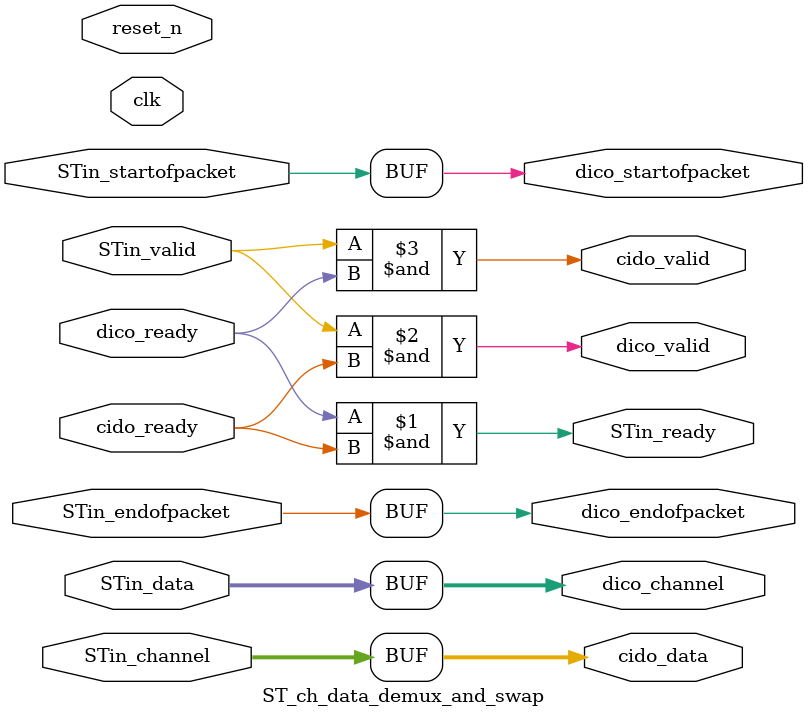
<source format=v>

`timescale 1 ps / 1 ps
module ST_ch_data_demux_and_swap (
		input  wire       clk,                //     clock_sink.clk
		input  wire       reset_n,            //     reset_sink.reset_n
		input  wire       STin_valid,         //          input.valid
		output wire       STin_ready,         //               .ready
		input  wire       STin_startofpacket, //               .startofpacket
		input  wire       STin_endofpacket,   //               .endofpacket
		input  wire [4:0] STin_data,          //               .data
		input  wire [1:0] STin_channel,       //               .channel
		output wire       dico_valid,         // data_in_ch_out.valid
		input  wire       dico_ready,         //               .ready
		output wire       dico_startofpacket, //               .startofpacket
		output wire       dico_endofpacket,   //               .endofpacket
		output wire [4:0] dico_channel,       //               .channel
		input  wire       cido_ready,         // ch_in_data_out.ready
		output wire [1:0] cido_data,          //               .data
		output wire       cido_valid          //               .valid
	);

	//forward swapped ch and data
	assign dico_channel = STin_data;
	assign cido_data = STin_channel;

	//Forward packet signals
	assign dico_startofpacket = STin_startofpacket;
	assign dico_endofpacket = STin_endofpacket;

	//AND ready signals
	assign STin_ready = dico_ready & cido_ready;

	//cross qualify valid signals
	assign dico_valid = STin_valid & cido_ready;
	assign cido_valid = STin_valid & dico_ready;

endmodule

</source>
